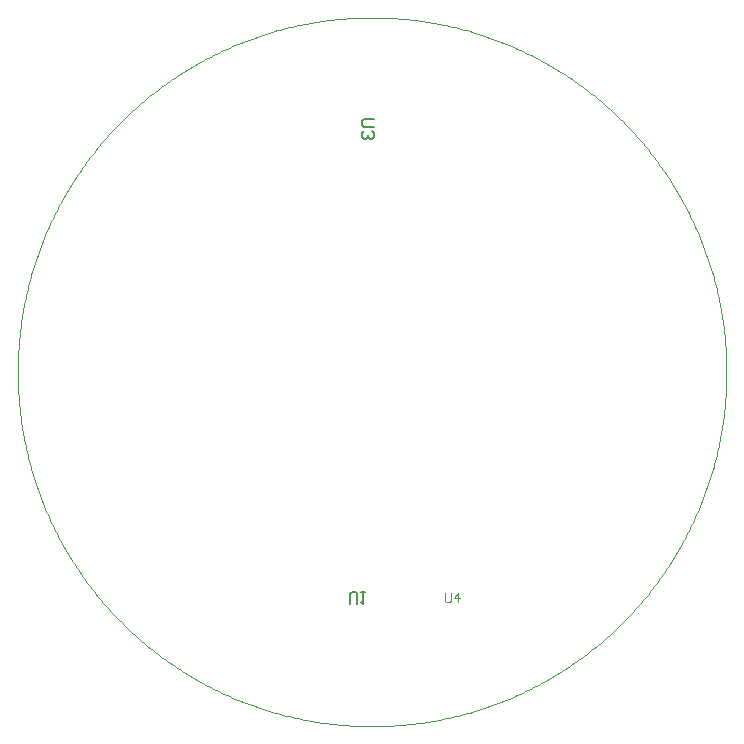
<source format=gm1>
G04*
G04 #@! TF.GenerationSoftware,Altium Limited,Altium Designer,22.4.2 (48)*
G04*
G04 Layer_Color=16711935*
%FSLAX25Y25*%
%MOIN*%
G70*
G04*
G04 #@! TF.SameCoordinates,A5219701-5F61-4D45-AD81-8ED9BC4A77AE*
G04*
G04*
G04 #@! TF.FilePolarity,Positive*
G04*
G01*
G75*
%ADD14C,0.00787*%
%ADD17C,0.00004*%
%ADD18C,0.00700*%
%ADD19C,0.00400*%
D14*
X130307Y60501D02*
Y63781D01*
X130963Y64437D01*
X132275D01*
X132931Y63781D01*
Y60501D01*
X134243Y64437D02*
X135555D01*
X134899D01*
Y60501D01*
X134243Y61157D01*
X130307Y60501D02*
Y63781D01*
X130963Y64437D01*
X132275D01*
X132931Y63781D01*
Y60501D01*
X134243Y64437D02*
X135555D01*
X134899D01*
Y60501D01*
X134243Y61157D01*
D17*
X137795Y19685D02*
X138793Y19689D01*
X139790Y19702D01*
X140787Y19723D01*
X141784Y19752D01*
X142781Y19790D01*
X143777Y19837D01*
X144773Y19891D01*
X145769Y19954D01*
X146764Y20026D01*
X147758Y20106D01*
X148751Y20194D01*
X149744Y20291D01*
X150736Y20396D01*
X151727Y20509D01*
X152717Y20631D01*
X153706Y20762D01*
X154693Y20900D01*
X155680Y21047D01*
X156665Y21202D01*
X157649Y21366D01*
X158632Y21538D01*
X159613Y21718D01*
X160592Y21906D01*
X161570Y22103D01*
X162546Y22308D01*
X163521Y22521D01*
X164493Y22742D01*
X165464Y22972D01*
X166432Y23209D01*
X167399Y23455D01*
X168364Y23709D01*
X169326Y23971D01*
X170286Y24242D01*
X171244Y24520D01*
X172199Y24807D01*
X173152Y25101D01*
X174102Y25404D01*
X175050Y25715D01*
X175996Y26033D01*
X176938Y26360D01*
X177878Y26694D01*
X178814Y27037D01*
X179748Y27387D01*
X180679Y27745D01*
X181607Y28111D01*
X182532Y28485D01*
X183453Y28867D01*
X184371Y29256D01*
X185286Y29654D01*
X186198Y30059D01*
X187106Y30471D01*
X188011Y30891D01*
X188911Y31319D01*
X189809Y31755D01*
X190702Y32198D01*
X191592Y32648D01*
X192478Y33106D01*
X193360Y33572D01*
X194239Y34045D01*
X195113Y34525D01*
X195983Y35013D01*
X196849Y35508D01*
X197710Y36010D01*
X198568Y36520D01*
X199421Y37037D01*
X200270Y37561D01*
X201114Y38092D01*
X201954Y38630D01*
X202789Y39175D01*
X203619Y39728D01*
X204445Y40287D01*
X205266Y40854D01*
X206082Y41427D01*
X206894Y42007D01*
X207700Y42594D01*
X208502Y43187D01*
X209298Y43788D01*
X210089Y44395D01*
X210876Y45009D01*
X211656Y45629D01*
X212432Y46256D01*
X213203Y46890D01*
X213967Y47530D01*
X214727Y48177D01*
X215481Y48829D01*
X216230Y49489D01*
X216973Y50154D01*
X217710Y50826D01*
X218442Y51504D01*
X219167Y52188D01*
X219887Y52878D01*
X220602Y53574D01*
X221310Y54277D01*
X222012Y54985D01*
X222709Y55699D01*
X223399Y56419D01*
X224083Y57145D01*
X224761Y57876D01*
X225433Y58614D01*
X226098Y59357D01*
X226758Y60105D01*
X227410Y60859D01*
X228057Y61619D01*
X228697Y62384D01*
X229330Y63154D01*
X229958Y63930D01*
X230578Y64711D01*
X231192Y65497D01*
X231799Y66288D01*
X232400Y67084D01*
X232994Y67886D01*
X233580Y68692D01*
X234161Y69504D01*
X234734Y70320D01*
X235300Y71141D01*
X235860Y71967D01*
X236412Y72797D01*
X236957Y73632D01*
X237496Y74472D01*
X238027Y75316D01*
X238551Y76165D01*
X239068Y77018D01*
X239578Y77875D01*
X240080Y78737D01*
X240575Y79603D01*
X241063Y80473D01*
X241543Y81347D01*
X242016Y82225D01*
X242482Y83107D01*
X242940Y83993D01*
X243390Y84883D01*
X243833Y85777D01*
X244269Y86674D01*
X244697Y87575D01*
X245117Y88480D01*
X245530Y89388D01*
X245935Y90299D01*
X246332Y91214D01*
X246722Y92132D01*
X247103Y93054D01*
X247477Y93978D01*
X247843Y94906D01*
X248201Y95837D01*
X248552Y96771D01*
X248894Y97708D01*
X249229Y98647D01*
X249556Y99590D01*
X249874Y100535D01*
X250185Y101483D01*
X250487Y102433D01*
X250782Y103386D01*
X251069Y104341D01*
X251347Y105299D01*
X251618Y106259D01*
X251880Y107221D01*
X252134Y108186D01*
X252380Y109153D01*
X252618Y110121D01*
X252847Y111092D01*
X253069Y112065D01*
X253282Y113039D01*
X253487Y114015D01*
X253683Y114993D01*
X253872Y115972D01*
X254052Y116953D01*
X254224Y117936D01*
X254387Y118920D01*
X254543Y119905D01*
X254690Y120892D01*
X254828Y121879D01*
X254959Y122868D01*
X255080Y123858D01*
X255194Y124849D01*
X255299Y125841D01*
X255396Y126834D01*
X255484Y127827D01*
X255564Y128821D01*
X255636Y129816D01*
X255699Y130812D01*
X255754Y131808D01*
X255800Y132804D01*
X255838Y133801D01*
X255868Y134798D01*
X255889Y135795D01*
X255901Y136792D01*
X255906Y137790D01*
Y137795D01*
X255901Y138793D01*
X255889Y139790D01*
X255868Y140787D01*
X255838Y141784D01*
X255800Y142781D01*
X255754Y143778D01*
X255699Y144773D01*
X255636Y145769D01*
X255564Y146764D01*
X255485Y147758D01*
X255396Y148751D01*
X255299Y149744D01*
X255194Y150736D01*
X255081Y151727D01*
X254959Y152717D01*
X254829Y153706D01*
X254690Y154694D01*
X254543Y155680D01*
X254388Y156666D01*
X254225Y157650D01*
X254053Y158632D01*
X253873Y159613D01*
X253684Y160593D01*
X253488Y161571D01*
X253283Y162547D01*
X253070Y163521D01*
X252848Y164494D01*
X252619Y165464D01*
X252381Y166433D01*
X252135Y167400D01*
X251881Y168365D01*
X251619Y169327D01*
X251348Y170287D01*
X251070Y171245D01*
X250783Y172200D01*
X250489Y173153D01*
X250186Y174104D01*
X249876Y175051D01*
X249557Y175997D01*
X249230Y176939D01*
X248896Y177879D01*
X248553Y178816D01*
X248203Y179750D01*
X247845Y180680D01*
X247479Y181608D01*
X247105Y182533D01*
X246723Y183455D01*
X246334Y184373D01*
X245936Y185288D01*
X245532Y186199D01*
X245119Y187107D01*
X244699Y188012D01*
X244271Y188913D01*
X243835Y189810D01*
X243392Y190704D01*
X242942Y191594D01*
X242483Y192480D01*
X242018Y193362D01*
X241545Y194240D01*
X241065Y195114D01*
X240577Y195984D01*
X240082Y196850D01*
X239579Y197712D01*
X239070Y198570D01*
X238553Y199423D01*
X238029Y200271D01*
X237498Y201116D01*
X236959Y201955D01*
X236414Y202790D01*
X235862Y203621D01*
X235302Y204447D01*
X234736Y205268D01*
X234163Y206084D01*
X233582Y206896D01*
X232996Y207702D01*
X232402Y208504D01*
X231801Y209300D01*
X231194Y210091D01*
X230580Y210877D01*
X229960Y211658D01*
X229332Y212434D01*
X228699Y213205D01*
X228059Y213969D01*
X227412Y214729D01*
X226760Y215483D01*
X226100Y216232D01*
X225435Y216975D01*
X224763Y217712D01*
X224085Y218443D01*
X223401Y219169D01*
X222710Y219889D01*
X222014Y220604D01*
X221312Y221312D01*
X220603Y222014D01*
X219889Y222710D01*
X219169Y223401D01*
X218443Y224085D01*
X217712Y224763D01*
X216975Y225435D01*
X216232Y226100D01*
X215483Y226760D01*
X214729Y227412D01*
X213969Y228059D01*
X213204Y228699D01*
X212434Y229333D01*
X211658Y229960D01*
X210877Y230580D01*
X210091Y231194D01*
X209300Y231801D01*
X208504Y232402D01*
X207702Y232996D01*
X206895Y233582D01*
X206084Y234163D01*
X205268Y234736D01*
X204447Y235302D01*
X203621Y235862D01*
X202790Y236414D01*
X201955Y236959D01*
X201115Y237498D01*
X200271Y238029D01*
X199423Y238553D01*
X198570Y239070D01*
X197712Y239579D01*
X196850Y240082D01*
X195984Y240577D01*
X195114Y241065D01*
X194240Y241545D01*
X193362Y242018D01*
X192480Y242483D01*
X191594Y242942D01*
X190704Y243392D01*
X189810Y243835D01*
X188913Y244271D01*
X188012Y244699D01*
X187107Y245119D01*
X186199Y245532D01*
X185288Y245936D01*
X184373Y246334D01*
X183454Y246723D01*
X182533Y247105D01*
X181608Y247479D01*
X180680Y247845D01*
X179749Y248203D01*
X178815Y248553D01*
X177879Y248896D01*
X176939Y249231D01*
X175996Y249557D01*
X175051Y249876D01*
X174103Y250186D01*
X173153Y250489D01*
X172200Y250783D01*
X171245Y251070D01*
X170287Y251348D01*
X169327Y251619D01*
X168364Y251881D01*
X167400Y252135D01*
X166433Y252381D01*
X165464Y252619D01*
X164494Y252848D01*
X163521Y253070D01*
X162547Y253283D01*
X161571Y253488D01*
X160593Y253684D01*
X159613Y253873D01*
X158632Y254053D01*
X157650Y254225D01*
X156666Y254388D01*
X155680Y254543D01*
X154694Y254690D01*
X153706Y254829D01*
X152717Y254959D01*
X151727Y255081D01*
X150736Y255194D01*
X149744Y255299D01*
X148751Y255396D01*
X147758Y255485D01*
X146764Y255564D01*
X145769Y255636D01*
X144773Y255699D01*
X143777Y255754D01*
X142781Y255800D01*
X141784Y255838D01*
X140787Y255868D01*
X139790Y255889D01*
X138793Y255901D01*
X137795Y255906D01*
X136798Y255901D01*
X135801Y255889D01*
X134803Y255868D01*
X133806Y255838D01*
X132809Y255800D01*
X131813Y255754D01*
X130817Y255699D01*
X129822Y255636D01*
X128827Y255564D01*
X127832Y255485D01*
X126839Y255396D01*
X125846Y255299D01*
X124854Y255194D01*
X123863Y255081D01*
X122873Y254959D01*
X121885Y254829D01*
X120897Y254690D01*
X119910Y254543D01*
X118925Y254388D01*
X117941Y254225D01*
X116958Y254053D01*
X115977Y253873D01*
X114998Y253684D01*
X114020Y253488D01*
X113044Y253283D01*
X112069Y253070D01*
X111097Y252848D01*
X110126Y252619D01*
X109157Y252381D01*
X108191Y252135D01*
X107226Y251881D01*
X106264Y251619D01*
X105304Y251348D01*
X104346Y251070D01*
X103390Y250783D01*
X102437Y250489D01*
X101487Y250186D01*
X100539Y249876D01*
X99594Y249557D01*
X98651Y249230D01*
X97712Y248896D01*
X96775Y248553D01*
X95841Y248203D01*
X94910Y247845D01*
X93982Y247479D01*
X93058Y247105D01*
X92136Y246723D01*
X91218Y246334D01*
X90303Y245936D01*
X89391Y245531D01*
X88483Y245119D01*
X87578Y244699D01*
X86677Y244271D01*
X85780Y243835D01*
X84886Y243392D01*
X83997Y242941D01*
X83111Y242483D01*
X82228Y242018D01*
X81350Y241545D01*
X80476Y241065D01*
X79606Y240577D01*
X78740Y240082D01*
X77878Y239579D01*
X77021Y239070D01*
X76168Y238553D01*
X75319Y238029D01*
X74475Y237498D01*
X73635Y236959D01*
X72800Y236414D01*
X71969Y235862D01*
X71144Y235302D01*
X70323Y234736D01*
X69506Y234162D01*
X68695Y233582D01*
X67888Y232995D01*
X67087Y232402D01*
X66291Y231801D01*
X65499Y231194D01*
X64713Y230580D01*
X63932Y229960D01*
X63156Y229332D01*
X62386Y228699D01*
X61621Y228059D01*
X60861Y227412D01*
X60107Y226759D01*
X59359Y226100D01*
X58616Y225435D01*
X57879Y224763D01*
X57147Y224085D01*
X56421Y223401D01*
X55701Y222710D01*
X54987Y222014D01*
X54279Y221312D01*
X53576Y220603D01*
X52880Y219889D01*
X52190Y219169D01*
X51506Y218443D01*
X50828Y217712D01*
X50156Y216974D01*
X49490Y216232D01*
X48831Y215483D01*
X48178Y214729D01*
X47532Y213969D01*
X46891Y213204D01*
X46258Y212434D01*
X45631Y211658D01*
X45010Y210877D01*
X44396Y210091D01*
X43789Y209300D01*
X43189Y208503D01*
X42595Y207702D01*
X42008Y206895D01*
X41428Y206084D01*
X40855Y205268D01*
X40288Y204447D01*
X39729Y203621D01*
X39176Y202790D01*
X38631Y201955D01*
X38093Y201115D01*
X37562Y200271D01*
X37038Y199423D01*
X36521Y198569D01*
X36011Y197712D01*
X35509Y196850D01*
X35014Y195984D01*
X34526Y195114D01*
X34045Y194240D01*
X33573Y193362D01*
X33107Y192480D01*
X32649Y191594D01*
X32198Y190704D01*
X31755Y189810D01*
X31320Y188913D01*
X30892Y188012D01*
X30472Y187107D01*
X30059Y186199D01*
X29654Y185288D01*
X29257Y184373D01*
X28867Y183454D01*
X28486Y182533D01*
X28112Y181608D01*
X27746Y180680D01*
X27387Y179749D01*
X27037Y178815D01*
X26695Y177879D01*
X26360Y176939D01*
X26033Y175996D01*
X25715Y175051D01*
X25404Y174103D01*
X25102Y173153D01*
X24807Y172200D01*
X24521Y171245D01*
X24242Y170287D01*
X23972Y169327D01*
X23709Y168364D01*
X23455Y167400D01*
X23210Y166433D01*
X22972Y165464D01*
X22742Y164494D01*
X22521Y163521D01*
X22308Y162547D01*
X22103Y161571D01*
X21906Y160593D01*
X21718Y159613D01*
X21538Y158632D01*
X21366Y157650D01*
X21202Y156666D01*
X21047Y155680D01*
X20900Y154694D01*
X20762Y153706D01*
X20631Y152717D01*
X20510Y151727D01*
X20396Y150736D01*
X20291Y149744D01*
X20194Y148751D01*
X20106Y147758D01*
X20026Y146764D01*
X19954Y145769D01*
X19891Y144773D01*
X19837Y143777D01*
X19790Y142781D01*
X19752Y141784D01*
X19723Y140787D01*
X19702Y139790D01*
X19689Y138793D01*
X19685Y137795D01*
X19689Y136798D01*
X19702Y135801D01*
X19723Y134803D01*
X19752Y133806D01*
X19790Y132809D01*
X19837Y131813D01*
X19891Y130817D01*
X19954Y129822D01*
X20026Y128827D01*
X20106Y127832D01*
X20194Y126839D01*
X20291Y125846D01*
X20396Y124854D01*
X20510Y123863D01*
X20631Y122873D01*
X20762Y121885D01*
X20900Y120897D01*
X21047Y119910D01*
X21202Y118925D01*
X21366Y117941D01*
X21538Y116958D01*
X21718Y115977D01*
X21906Y114998D01*
X22103Y114020D01*
X22308Y113044D01*
X22521Y112069D01*
X22742Y111097D01*
X22972Y110126D01*
X23210Y109157D01*
X23456Y108191D01*
X23710Y107226D01*
X23972Y106264D01*
X24242Y105304D01*
X24521Y104346D01*
X24807Y103390D01*
X25102Y102437D01*
X25404Y101487D01*
X25715Y100539D01*
X26034Y99594D01*
X26360Y98651D01*
X26695Y97712D01*
X27037Y96775D01*
X27387Y95841D01*
X27746Y94910D01*
X28112Y93982D01*
X28486Y93058D01*
X28868Y92136D01*
X29257Y91218D01*
X29654Y90303D01*
X30059Y89391D01*
X30472Y88483D01*
X30892Y87578D01*
X31320Y86677D01*
X31755Y85780D01*
X32199Y84886D01*
X32649Y83997D01*
X33107Y83111D01*
X33573Y82228D01*
X34046Y81350D01*
X34526Y80476D01*
X35014Y79606D01*
X35509Y78740D01*
X36011Y77878D01*
X36521Y77021D01*
X37038Y76168D01*
X37562Y75319D01*
X38093Y74475D01*
X38631Y73635D01*
X39177Y72800D01*
X39729Y71969D01*
X40288Y71144D01*
X40855Y70323D01*
X41428Y69506D01*
X42008Y68695D01*
X42595Y67888D01*
X43189Y67087D01*
X43789Y66291D01*
X44397Y65499D01*
X45011Y64713D01*
X45631Y63932D01*
X46258Y63156D01*
X46892Y62386D01*
X47532Y61621D01*
X48178Y60861D01*
X48831Y60107D01*
X49490Y59359D01*
X50156Y58616D01*
X50828Y57879D01*
X51506Y57147D01*
X52190Y56421D01*
X52880Y55701D01*
X53576Y54987D01*
X54279Y54279D01*
X54987Y53576D01*
X55701Y52880D01*
X56421Y52190D01*
X57147Y51506D01*
X57879Y50828D01*
X58616Y50156D01*
X59359Y49490D01*
X60107Y48831D01*
X60862Y48178D01*
X61621Y47532D01*
X62386Y46891D01*
X63156Y46258D01*
X63932Y45631D01*
X64713Y45010D01*
X65499Y44396D01*
X66291Y43789D01*
X67087Y43189D01*
X67889Y42595D01*
X68695Y42008D01*
X69507Y41428D01*
X70323Y40855D01*
X71144Y40288D01*
X71970Y39729D01*
X72800Y39176D01*
X73635Y38631D01*
X74475Y38093D01*
X75319Y37562D01*
X76168Y37038D01*
X77021Y36521D01*
X77879Y36011D01*
X78740Y35509D01*
X79606Y35014D01*
X80476Y34526D01*
X81350Y34045D01*
X82229Y33573D01*
X83111Y33107D01*
X83997Y32649D01*
X84887Y32198D01*
X85780Y31755D01*
X86678Y31320D01*
X87579Y30892D01*
X88483Y30472D01*
X89391Y30059D01*
X90303Y29654D01*
X91218Y29257D01*
X92136Y28867D01*
X93058Y28486D01*
X93982Y28112D01*
X94910Y27746D01*
X95841Y27387D01*
X96775Y27037D01*
X97712Y26695D01*
X98652Y26360D01*
X99594Y26033D01*
X100539Y25715D01*
X101487Y25404D01*
X102438Y25102D01*
X103391Y24807D01*
X104346Y24521D01*
X105304Y24242D01*
X106264Y23972D01*
X107226Y23709D01*
X108191Y23455D01*
X109158Y23210D01*
X110126Y22972D01*
X111097Y22742D01*
X112069Y22521D01*
X113044Y22308D01*
X114020Y22103D01*
X114998Y21906D01*
X115977Y21718D01*
X116958Y21538D01*
X117941Y21366D01*
X118925Y21202D01*
X119910Y21047D01*
X120896Y20900D01*
X121884Y20762D01*
X122873Y20631D01*
X123863Y20510D01*
X124854Y20396D01*
X125846Y20291D01*
X126839Y20194D01*
X127832Y20106D01*
X128826Y20026D01*
X129821Y19954D01*
X130817Y19891D01*
X131813Y19837D01*
X132809Y19790D01*
X133806Y19752D01*
X134803Y19723D01*
X135800Y19702D01*
X136797Y19689D01*
X137795Y19685D01*
X137795D02*
X138793Y19689D01*
X139790Y19702D01*
X140787Y19723D01*
X141784Y19752D01*
X142781Y19790D01*
X143777Y19837D01*
X144773Y19891D01*
X145769Y19954D01*
X146764Y20026D01*
X147758Y20106D01*
X148751Y20194D01*
X149744Y20291D01*
X150736Y20396D01*
X151727Y20509D01*
X152717Y20631D01*
X153706Y20762D01*
X154693Y20900D01*
X155680Y21047D01*
X156665Y21202D01*
X157649Y21366D01*
X158632Y21538D01*
X159613Y21718D01*
X160592Y21906D01*
X161570Y22103D01*
X162546Y22308D01*
X163521Y22521D01*
X164493Y22742D01*
X165464Y22972D01*
X166432Y23209D01*
X167399Y23455D01*
X168364Y23709D01*
X169326Y23971D01*
X170286Y24242D01*
X171244Y24520D01*
X172199Y24807D01*
X173152Y25101D01*
X174102Y25404D01*
X175050Y25715D01*
X175996Y26033D01*
X176938Y26360D01*
X177878Y26694D01*
X178814Y27037D01*
X179748Y27387D01*
X180679Y27745D01*
X181607Y28111D01*
X182532Y28485D01*
X183453Y28867D01*
X184371Y29256D01*
X185286Y29654D01*
X186198Y30059D01*
X187106Y30471D01*
X188011Y30891D01*
X188911Y31319D01*
X189809Y31755D01*
X190702Y32198D01*
X191592Y32648D01*
X192478Y33106D01*
X193360Y33572D01*
X194239Y34045D01*
X195113Y34525D01*
X195983Y35013D01*
X196849Y35508D01*
X197710Y36010D01*
X198568Y36520D01*
X199421Y37037D01*
X200270Y37561D01*
X201114Y38092D01*
X201954Y38630D01*
X202789Y39175D01*
X203619Y39728D01*
X204445Y40287D01*
X205266Y40854D01*
X206082Y41427D01*
X206894Y42007D01*
X207700Y42594D01*
X208502Y43187D01*
X209298Y43788D01*
X210089Y44395D01*
X210876Y45009D01*
X211656Y45629D01*
X212432Y46256D01*
X213203Y46890D01*
X213967Y47530D01*
X214727Y48177D01*
X215481Y48829D01*
X216230Y49489D01*
X216973Y50154D01*
X217710Y50826D01*
X218442Y51504D01*
X219167Y52188D01*
X219887Y52878D01*
X220602Y53574D01*
X221310Y54277D01*
X222012Y54985D01*
X222709Y55699D01*
X223399Y56419D01*
X224083Y57145D01*
X224761Y57876D01*
X225433Y58614D01*
X226098Y59357D01*
X226758Y60105D01*
X227410Y60859D01*
X228057Y61619D01*
X228697Y62384D01*
X229330Y63154D01*
X229958Y63930D01*
X230578Y64711D01*
X231192Y65497D01*
X231799Y66288D01*
X232400Y67084D01*
X232994Y67886D01*
X233580Y68692D01*
X234161Y69504D01*
X234734Y70320D01*
X235300Y71141D01*
X235860Y71967D01*
X236412Y72797D01*
X236957Y73632D01*
X237496Y74472D01*
X238027Y75316D01*
X238551Y76165D01*
X239068Y77018D01*
X239578Y77875D01*
X240080Y78737D01*
X240575Y79603D01*
X241063Y80473D01*
X241543Y81347D01*
X242016Y82225D01*
X242482Y83107D01*
X242940Y83993D01*
X243390Y84883D01*
X243833Y85777D01*
X244269Y86674D01*
X244697Y87575D01*
X245117Y88480D01*
X245530Y89388D01*
X245935Y90299D01*
X246332Y91214D01*
X246722Y92132D01*
X247103Y93054D01*
X247477Y93978D01*
X247843Y94906D01*
X248201Y95837D01*
X248552Y96771D01*
X248894Y97708D01*
X249229Y98647D01*
X249556Y99590D01*
X249874Y100535D01*
X250185Y101483D01*
X250487Y102433D01*
X250782Y103386D01*
X251069Y104341D01*
X251347Y105299D01*
X251618Y106259D01*
X251880Y107221D01*
X252134Y108186D01*
X252380Y109153D01*
X252618Y110121D01*
X252847Y111092D01*
X253069Y112065D01*
X253282Y113039D01*
X253487Y114015D01*
X253683Y114993D01*
X253872Y115972D01*
X254052Y116953D01*
X254224Y117936D01*
X254387Y118920D01*
X254543Y119905D01*
X254690Y120892D01*
X254828Y121879D01*
X254959Y122868D01*
X255080Y123858D01*
X255194Y124849D01*
X255299Y125841D01*
X255396Y126834D01*
X255484Y127827D01*
X255564Y128821D01*
X255636Y129816D01*
X255699Y130812D01*
X255754Y131808D01*
X255800Y132804D01*
X255838Y133801D01*
X255868Y134798D01*
X255889Y135795D01*
X255901Y136792D01*
X255906Y137790D01*
Y137795D01*
X255901Y138793D01*
X255889Y139790D01*
X255868Y140787D01*
X255838Y141784D01*
X255800Y142781D01*
X255754Y143778D01*
X255699Y144773D01*
X255636Y145769D01*
X255564Y146764D01*
X255485Y147758D01*
X255396Y148751D01*
X255299Y149744D01*
X255194Y150736D01*
X255081Y151727D01*
X254959Y152717D01*
X254829Y153706D01*
X254690Y154694D01*
X254543Y155680D01*
X254388Y156666D01*
X254225Y157650D01*
X254053Y158632D01*
X253873Y159613D01*
X253684Y160593D01*
X253488Y161571D01*
X253283Y162547D01*
X253070Y163521D01*
X252848Y164494D01*
X252619Y165464D01*
X252381Y166433D01*
X252135Y167400D01*
X251881Y168365D01*
X251619Y169327D01*
X251348Y170287D01*
X251070Y171245D01*
X250783Y172200D01*
X250489Y173153D01*
X250186Y174104D01*
X249876Y175051D01*
X249557Y175997D01*
X249230Y176939D01*
X248896Y177879D01*
X248553Y178816D01*
X248203Y179750D01*
X247845Y180680D01*
X247479Y181608D01*
X247105Y182533D01*
X246723Y183455D01*
X246334Y184373D01*
X245936Y185288D01*
X245532Y186199D01*
X245119Y187107D01*
X244699Y188012D01*
X244271Y188913D01*
X243835Y189810D01*
X243392Y190704D01*
X242942Y191594D01*
X242483Y192480D01*
X242018Y193362D01*
X241545Y194240D01*
X241065Y195114D01*
X240577Y195984D01*
X240082Y196850D01*
X239579Y197712D01*
X239070Y198570D01*
X238553Y199423D01*
X238029Y200271D01*
X237498Y201116D01*
X236959Y201955D01*
X236414Y202790D01*
X235862Y203621D01*
X235302Y204447D01*
X234736Y205268D01*
X234163Y206084D01*
X233582Y206896D01*
X232996Y207702D01*
X232402Y208504D01*
X231801Y209300D01*
X231194Y210091D01*
X230580Y210877D01*
X229960Y211658D01*
X229332Y212434D01*
X228699Y213205D01*
X228059Y213969D01*
X227412Y214729D01*
X226760Y215483D01*
X226100Y216232D01*
X225435Y216975D01*
X224763Y217712D01*
X224085Y218443D01*
X223401Y219169D01*
X222710Y219889D01*
X222014Y220604D01*
X221312Y221312D01*
X220603Y222014D01*
X219889Y222710D01*
X219169Y223401D01*
X218443Y224085D01*
X217712Y224763D01*
X216975Y225435D01*
X216232Y226100D01*
X215483Y226760D01*
X214729Y227412D01*
X213969Y228059D01*
X213204Y228699D01*
X212434Y229333D01*
X211658Y229960D01*
X210877Y230580D01*
X210091Y231194D01*
X209300Y231801D01*
X208504Y232402D01*
X207702Y232996D01*
X206895Y233582D01*
X206084Y234163D01*
X205268Y234736D01*
X204447Y235302D01*
X203621Y235862D01*
X202790Y236414D01*
X201955Y236959D01*
X201115Y237498D01*
X200271Y238029D01*
X199423Y238553D01*
X198570Y239070D01*
X197712Y239579D01*
X196850Y240082D01*
X195984Y240577D01*
X195114Y241065D01*
X194240Y241545D01*
X193362Y242018D01*
X192480Y242483D01*
X191594Y242942D01*
X190704Y243392D01*
X189810Y243835D01*
X188913Y244271D01*
X188012Y244699D01*
X187107Y245119D01*
X186199Y245532D01*
X185288Y245936D01*
X184373Y246334D01*
X183454Y246723D01*
X182533Y247105D01*
X181608Y247479D01*
X180680Y247845D01*
X179749Y248203D01*
X178815Y248553D01*
X177879Y248896D01*
X176939Y249231D01*
X175996Y249557D01*
X175051Y249876D01*
X174103Y250186D01*
X173153Y250489D01*
X172200Y250783D01*
X171245Y251070D01*
X170287Y251348D01*
X169327Y251619D01*
X168364Y251881D01*
X167400Y252135D01*
X166433Y252381D01*
X165464Y252619D01*
X164494Y252848D01*
X163521Y253070D01*
X162547Y253283D01*
X161571Y253488D01*
X160593Y253684D01*
X159613Y253873D01*
X158632Y254053D01*
X157650Y254225D01*
X156666Y254388D01*
X155680Y254543D01*
X154694Y254690D01*
X153706Y254829D01*
X152717Y254959D01*
X151727Y255081D01*
X150736Y255194D01*
X149744Y255299D01*
X148751Y255396D01*
X147758Y255485D01*
X146764Y255564D01*
X145769Y255636D01*
X144773Y255699D01*
X143777Y255754D01*
X142781Y255800D01*
X141784Y255838D01*
X140787Y255868D01*
X139790Y255889D01*
X138793Y255901D01*
X137795Y255906D01*
X136798Y255901D01*
X135801Y255889D01*
X134803Y255868D01*
X133806Y255838D01*
X132809Y255800D01*
X131813Y255754D01*
X130817Y255699D01*
X129822Y255636D01*
X128827Y255564D01*
X127832Y255485D01*
X126839Y255396D01*
X125846Y255299D01*
X124854Y255194D01*
X123863Y255081D01*
X122873Y254959D01*
X121885Y254829D01*
X120897Y254690D01*
X119910Y254543D01*
X118925Y254388D01*
X117941Y254225D01*
X116958Y254053D01*
X115977Y253873D01*
X114998Y253684D01*
X114020Y253488D01*
X113044Y253283D01*
X112069Y253070D01*
X111097Y252848D01*
X110126Y252619D01*
X109157Y252381D01*
X108191Y252135D01*
X107226Y251881D01*
X106264Y251619D01*
X105304Y251348D01*
X104346Y251070D01*
X103390Y250783D01*
X102437Y250489D01*
X101487Y250186D01*
X100539Y249876D01*
X99594Y249557D01*
X98651Y249230D01*
X97712Y248896D01*
X96775Y248553D01*
X95841Y248203D01*
X94910Y247845D01*
X93982Y247479D01*
X93058Y247105D01*
X92136Y246723D01*
X91218Y246334D01*
X90303Y245936D01*
X89391Y245531D01*
X88483Y245119D01*
X87578Y244699D01*
X86677Y244271D01*
X85780Y243835D01*
X84886Y243392D01*
X83997Y242941D01*
X83111Y242483D01*
X82228Y242018D01*
X81350Y241545D01*
X80476Y241065D01*
X79606Y240577D01*
X78740Y240082D01*
X77878Y239579D01*
X77021Y239070D01*
X76168Y238553D01*
X75319Y238029D01*
X74475Y237498D01*
X73635Y236959D01*
X72800Y236414D01*
X71969Y235862D01*
X71144Y235302D01*
X70323Y234736D01*
X69506Y234162D01*
X68695Y233582D01*
X67888Y232995D01*
X67087Y232402D01*
X66291Y231801D01*
X65499Y231194D01*
X64713Y230580D01*
X63932Y229960D01*
X63156Y229332D01*
X62386Y228699D01*
X61621Y228059D01*
X60861Y227412D01*
X60107Y226759D01*
X59359Y226100D01*
X58616Y225435D01*
X57879Y224763D01*
X57147Y224085D01*
X56421Y223401D01*
X55701Y222710D01*
X54987Y222014D01*
X54279Y221312D01*
X53576Y220603D01*
X52880Y219889D01*
X52190Y219169D01*
X51506Y218443D01*
X50828Y217712D01*
X50156Y216974D01*
X49490Y216232D01*
X48831Y215483D01*
X48178Y214729D01*
X47532Y213969D01*
X46891Y213204D01*
X46258Y212434D01*
X45631Y211658D01*
X45010Y210877D01*
X44396Y210091D01*
X43789Y209300D01*
X43189Y208503D01*
X42595Y207702D01*
X42008Y206895D01*
X41428Y206084D01*
X40855Y205268D01*
X40288Y204447D01*
X39729Y203621D01*
X39176Y202790D01*
X38631Y201955D01*
X38093Y201115D01*
X37562Y200271D01*
X37038Y199423D01*
X36521Y198569D01*
X36011Y197712D01*
X35509Y196850D01*
X35014Y195984D01*
X34526Y195114D01*
X34045Y194240D01*
X33573Y193362D01*
X33107Y192480D01*
X32649Y191594D01*
X32198Y190704D01*
X31755Y189810D01*
X31320Y188913D01*
X30892Y188012D01*
X30472Y187107D01*
X30059Y186199D01*
X29654Y185288D01*
X29257Y184373D01*
X28867Y183454D01*
X28486Y182533D01*
X28112Y181608D01*
X27746Y180680D01*
X27387Y179749D01*
X27037Y178815D01*
X26695Y177879D01*
X26360Y176939D01*
X26033Y175996D01*
X25715Y175051D01*
X25404Y174103D01*
X25102Y173153D01*
X24807Y172200D01*
X24521Y171245D01*
X24242Y170287D01*
X23972Y169327D01*
X23709Y168364D01*
X23455Y167400D01*
X23210Y166433D01*
X22972Y165464D01*
X22742Y164494D01*
X22521Y163521D01*
X22308Y162547D01*
X22103Y161571D01*
X21906Y160593D01*
X21718Y159613D01*
X21538Y158632D01*
X21366Y157650D01*
X21202Y156666D01*
X21047Y155680D01*
X20900Y154694D01*
X20762Y153706D01*
X20631Y152717D01*
X20510Y151727D01*
X20396Y150736D01*
X20291Y149744D01*
X20194Y148751D01*
X20106Y147758D01*
X20026Y146764D01*
X19954Y145769D01*
X19891Y144773D01*
X19837Y143777D01*
X19790Y142781D01*
X19752Y141784D01*
X19723Y140787D01*
X19702Y139790D01*
X19689Y138793D01*
X19685Y137795D01*
X19689Y136798D01*
X19702Y135801D01*
X19723Y134803D01*
X19752Y133806D01*
X19790Y132809D01*
X19837Y131813D01*
X19891Y130817D01*
X19954Y129822D01*
X20026Y128827D01*
X20106Y127832D01*
X20194Y126839D01*
X20291Y125846D01*
X20396Y124854D01*
X20510Y123863D01*
X20631Y122873D01*
X20762Y121885D01*
X20900Y120897D01*
X21047Y119910D01*
X21202Y118925D01*
X21366Y117941D01*
X21538Y116958D01*
X21718Y115977D01*
X21906Y114998D01*
X22103Y114020D01*
X22308Y113044D01*
X22521Y112069D01*
X22742Y111097D01*
X22972Y110126D01*
X23210Y109157D01*
X23456Y108191D01*
X23710Y107226D01*
X23972Y106264D01*
X24242Y105304D01*
X24521Y104346D01*
X24807Y103390D01*
X25102Y102437D01*
X25404Y101487D01*
X25715Y100539D01*
X26034Y99594D01*
X26360Y98651D01*
X26695Y97712D01*
X27037Y96775D01*
X27387Y95841D01*
X27746Y94910D01*
X28112Y93982D01*
X28486Y93058D01*
X28868Y92136D01*
X29257Y91218D01*
X29654Y90303D01*
X30059Y89391D01*
X30472Y88483D01*
X30892Y87578D01*
X31320Y86677D01*
X31755Y85780D01*
X32199Y84886D01*
X32649Y83997D01*
X33107Y83111D01*
X33573Y82228D01*
X34046Y81350D01*
X34526Y80476D01*
X35014Y79606D01*
X35509Y78740D01*
X36011Y77878D01*
X36521Y77021D01*
X37038Y76168D01*
X37562Y75319D01*
X38093Y74475D01*
X38631Y73635D01*
X39177Y72800D01*
X39729Y71969D01*
X40288Y71144D01*
X40855Y70323D01*
X41428Y69506D01*
X42008Y68695D01*
X42595Y67888D01*
X43189Y67087D01*
X43789Y66291D01*
X44397Y65499D01*
X45011Y64713D01*
X45631Y63932D01*
X46258Y63156D01*
X46892Y62386D01*
X47532Y61621D01*
X48178Y60861D01*
X48831Y60107D01*
X49490Y59359D01*
X50156Y58616D01*
X50828Y57879D01*
X51506Y57147D01*
X52190Y56421D01*
X52880Y55701D01*
X53576Y54987D01*
X54279Y54279D01*
X54987Y53576D01*
X55701Y52880D01*
X56421Y52190D01*
X57147Y51506D01*
X57879Y50828D01*
X58616Y50156D01*
X59359Y49490D01*
X60107Y48831D01*
X60862Y48178D01*
X61621Y47532D01*
X62386Y46891D01*
X63156Y46258D01*
X63932Y45631D01*
X64713Y45010D01*
X65499Y44396D01*
X66291Y43789D01*
X67087Y43189D01*
X67889Y42595D01*
X68695Y42008D01*
X69507Y41428D01*
X70323Y40855D01*
X71144Y40288D01*
X71970Y39729D01*
X72800Y39176D01*
X73635Y38631D01*
X74475Y38093D01*
X75319Y37562D01*
X76168Y37038D01*
X77021Y36521D01*
X77879Y36011D01*
X78740Y35509D01*
X79606Y35014D01*
X80476Y34526D01*
X81350Y34045D01*
X82229Y33573D01*
X83111Y33107D01*
X83997Y32649D01*
X84887Y32198D01*
X85780Y31755D01*
X86678Y31320D01*
X87579Y30892D01*
X88483Y30472D01*
X89391Y30059D01*
X90303Y29654D01*
X91218Y29257D01*
X92136Y28867D01*
X93058Y28486D01*
X93982Y28112D01*
X94910Y27746D01*
X95841Y27387D01*
X96775Y27037D01*
X97712Y26695D01*
X98652Y26360D01*
X99594Y26033D01*
X100539Y25715D01*
X101487Y25404D01*
X102438Y25102D01*
X103391Y24807D01*
X104346Y24521D01*
X105304Y24242D01*
X106264Y23972D01*
X107226Y23709D01*
X108191Y23455D01*
X109158Y23210D01*
X110126Y22972D01*
X111097Y22742D01*
X112069Y22521D01*
X113044Y22308D01*
X114020Y22103D01*
X114998Y21906D01*
X115977Y21718D01*
X116958Y21538D01*
X117941Y21366D01*
X118925Y21202D01*
X119910Y21047D01*
X120896Y20900D01*
X121884Y20762D01*
X122873Y20631D01*
X123863Y20510D01*
X124854Y20396D01*
X125846Y20291D01*
X126839Y20194D01*
X127832Y20106D01*
X128826Y20026D01*
X129821Y19954D01*
X130817Y19891D01*
X131813Y19837D01*
X132809Y19790D01*
X133806Y19752D01*
X134803Y19723D01*
X135800Y19702D01*
X136797Y19689D01*
X137795Y19685D01*
D18*
X138577Y222244D02*
X135245D01*
X134579Y221578D01*
Y220245D01*
X135245Y219578D01*
X138577D01*
X137911Y218245D02*
X138577Y217579D01*
Y216246D01*
X137911Y215580D01*
X137244D01*
X136578Y216246D01*
Y216913D01*
Y216246D01*
X135912Y215580D01*
X135245D01*
X134579Y216246D01*
Y217579D01*
X135245Y218245D01*
X138577Y222244D02*
X135245D01*
X134579Y221578D01*
Y220245D01*
X135245Y219578D01*
X138577D01*
X137911Y218245D02*
X138577Y217579D01*
Y216246D01*
X137911Y215580D01*
X137244D01*
X136578Y216246D01*
Y216913D01*
Y216246D01*
X135912Y215580D01*
X135245D01*
X134579Y216246D01*
Y217579D01*
X135245Y218245D01*
D19*
X162067Y64042D02*
Y61543D01*
X162567Y61043D01*
X163566D01*
X164066Y61543D01*
Y64042D01*
X166565Y61043D02*
Y64042D01*
X165066Y62543D01*
X167065D01*
X162067Y64042D02*
Y61543D01*
X162567Y61043D01*
X163566D01*
X164066Y61543D01*
Y64042D01*
X166565Y61043D02*
Y64042D01*
X165066Y62543D01*
X167065D01*
M02*

</source>
